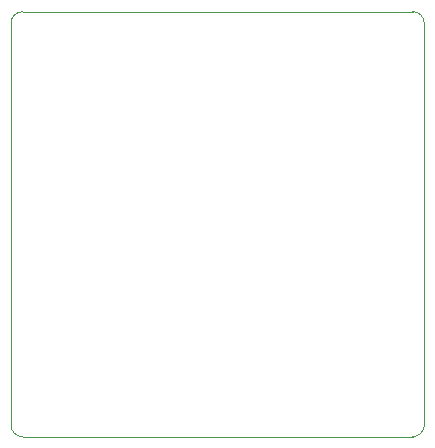
<source format=gm1>
%TF.GenerationSoftware,KiCad,Pcbnew,7.0.10*%
%TF.CreationDate,2024-02-03T16:53:46+08:00*%
%TF.ProjectId,ad7142-eval,61643731-3432-42d6-9576-616c2e6b6963,rev?*%
%TF.SameCoordinates,Original*%
%TF.FileFunction,Profile,NP*%
%FSLAX46Y46*%
G04 Gerber Fmt 4.6, Leading zero omitted, Abs format (unit mm)*
G04 Created by KiCad (PCBNEW 7.0.10) date 2024-02-03 16:53:46*
%MOMM*%
%LPD*%
G01*
G04 APERTURE LIST*
%TA.AperFunction,Profile*%
%ADD10C,0.100000*%
%TD*%
G04 APERTURE END LIST*
D10*
X141407500Y-79910000D02*
G75*
G03*
X140407500Y-78910000I-999999J1D01*
G01*
X140407500Y-114910000D02*
G75*
G03*
X141407500Y-113910000I1J999999D01*
G01*
X106407500Y-113910000D02*
G75*
G03*
X107407500Y-114910000I999999J-1D01*
G01*
X107407500Y-78910000D02*
G75*
G03*
X106407500Y-79910000I0J-1000000D01*
G01*
X140407500Y-78910000D02*
X107407500Y-78910000D01*
X141407500Y-113910000D02*
X141407500Y-79910000D01*
X107407500Y-114910000D02*
X140407500Y-114910000D01*
X106407500Y-79910000D02*
X106407500Y-113910000D01*
M02*

</source>
